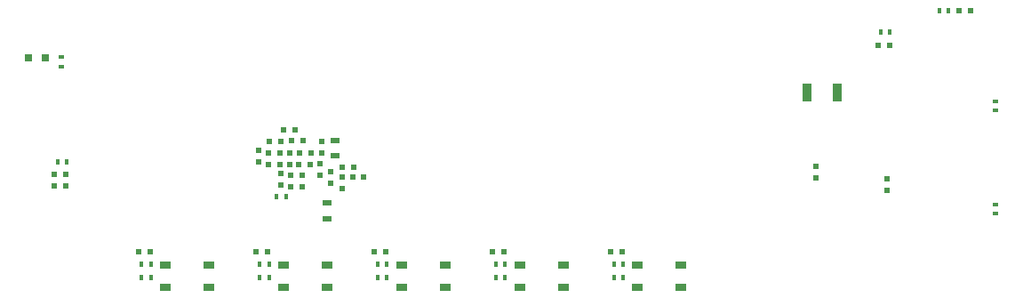
<source format=gbr>
G04 #@! TF.GenerationSoftware,KiCad,Pcbnew,5.1.9-73d0e3b20d~88~ubuntu20.04.1*
G04 #@! TF.CreationDate,2021-01-24T23:08:50+01:00*
G04 #@! TF.ProjectId,CIS,4349532e-6b69-4636-9164-5f7063625858,1.0.0*
G04 #@! TF.SameCoordinates,PX6bc3e40PY635f740*
G04 #@! TF.FileFunction,Paste,Bot*
G04 #@! TF.FilePolarity,Positive*
%FSLAX46Y46*%
G04 Gerber Fmt 4.6, Leading zero omitted, Abs format (unit mm)*
G04 Created by KiCad (PCBNEW 5.1.9-73d0e3b20d~88~ubuntu20.04.1) date 2021-01-24 23:08:50*
%MOMM*%
%LPD*%
G01*
G04 APERTURE LIST*
%ADD10R,0.600000X0.500000*%
%ADD11R,1.050000X0.650000*%
%ADD12R,0.500000X0.600000*%
%ADD13R,0.800000X0.800000*%
%ADD14R,0.900000X1.700000*%
%ADD15R,0.900000X0.500000*%
%ADD16R,0.400000X0.600000*%
%ADD17R,0.600000X0.400000*%
G04 APERTURE END LIST*
D10*
X52050000Y13100000D03*
X50950000Y13100000D03*
D11*
X79025000Y3575000D03*
X74875000Y3575000D03*
X79025000Y1425000D03*
X74875000Y1425000D03*
D10*
X52150000Y15300000D03*
X51050000Y15300000D03*
X53450000Y16400000D03*
X52350000Y16400000D03*
X52050000Y14200000D03*
X50950000Y14200000D03*
D12*
X52100000Y12250000D03*
X52100000Y11150000D03*
D10*
X54150000Y11000000D03*
X53050000Y11000000D03*
X53050000Y12100000D03*
X54150000Y12100000D03*
X53850000Y13100000D03*
X54950000Y13100000D03*
X53950000Y14200000D03*
X55050000Y14200000D03*
X53150000Y15400000D03*
X54250000Y15400000D03*
D12*
X103100000Y12950000D03*
X103100000Y11850000D03*
X109900000Y11750000D03*
X109900000Y10650000D03*
D10*
X50900000Y4800000D03*
X49800000Y4800000D03*
X73400000Y4800000D03*
X72300000Y4800000D03*
X39650000Y4800000D03*
X38550000Y4800000D03*
X84650000Y4800000D03*
X83550000Y4800000D03*
X62150000Y4800000D03*
X61050000Y4800000D03*
X109050000Y24500000D03*
X110150000Y24500000D03*
X117850000Y27800000D03*
X116750000Y27800000D03*
D12*
X50000000Y13350000D03*
X50000000Y14450000D03*
X55900000Y12150000D03*
X55900000Y13250000D03*
D10*
X59050000Y12900000D03*
X57950000Y12900000D03*
D12*
X56900000Y11350000D03*
X56900000Y12450000D03*
D13*
X28100000Y23300000D03*
X29700000Y23300000D03*
D14*
X102250000Y20000000D03*
X105150000Y20000000D03*
D15*
X56500000Y7950000D03*
X56500000Y9450000D03*
X57300000Y13950000D03*
X57300000Y15450000D03*
D16*
X31750000Y13400000D03*
X30850000Y13400000D03*
D17*
X31200000Y22450000D03*
X31200000Y23350000D03*
D16*
X51000000Y3600000D03*
X50100000Y3600000D03*
X73500000Y3600000D03*
X72600000Y3600000D03*
X50100000Y2400000D03*
X51000000Y2400000D03*
X72600000Y2400000D03*
X73500000Y2400000D03*
X38850000Y3600000D03*
X39750000Y3600000D03*
X84750000Y3600000D03*
X83850000Y3600000D03*
X38850000Y2400000D03*
X39750000Y2400000D03*
X83850000Y2400000D03*
X84750000Y2400000D03*
X62250000Y3600000D03*
X61350000Y3600000D03*
X61350000Y2400000D03*
X62250000Y2400000D03*
D17*
X120200000Y9350000D03*
X120200000Y8450000D03*
X120200000Y18250000D03*
X120200000Y19150000D03*
D16*
X115750000Y27800000D03*
X114850000Y27800000D03*
X109250000Y25700000D03*
X110150000Y25700000D03*
X52650000Y10100000D03*
X51750000Y10100000D03*
D11*
X56525000Y3575000D03*
X52375000Y3575000D03*
X56525000Y1425000D03*
X52375000Y1425000D03*
X45275000Y3575000D03*
X41125000Y3575000D03*
X45275000Y1425000D03*
X41125000Y1425000D03*
X90275000Y3575000D03*
X86125000Y3575000D03*
X90275000Y1425000D03*
X86125000Y1425000D03*
X67775000Y3575000D03*
X63625000Y3575000D03*
X67775000Y1425000D03*
X63625000Y1425000D03*
D10*
X31650000Y12200000D03*
X30550000Y12200000D03*
X30550000Y11100000D03*
X31650000Y11100000D03*
D12*
X56000000Y14250000D03*
X56000000Y15350000D03*
D10*
X58950000Y11900000D03*
X60050000Y11900000D03*
D12*
X58000000Y10850000D03*
X58000000Y11950000D03*
X53000000Y14250000D03*
X53000000Y13150000D03*
M02*

</source>
